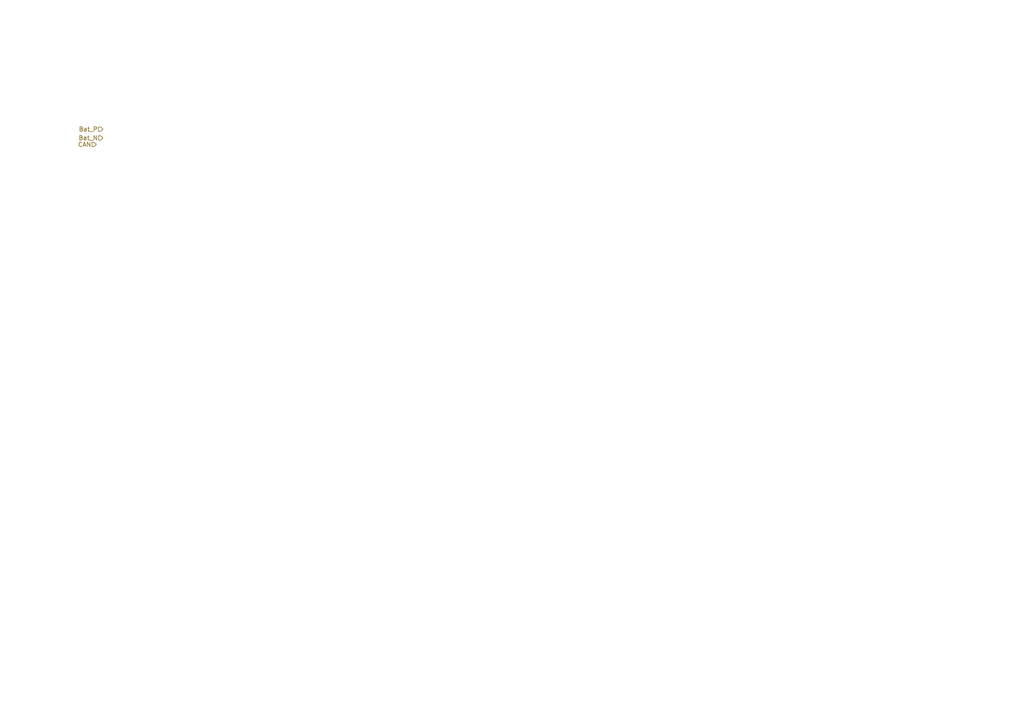
<source format=kicad_sch>
(kicad_sch (version 20211123) (generator eeschema)
  (paper "A4")
  (lib_symbols)
  (hierarchical_label "Bat_P" (shape input) (at 29.845 37.465 180))
  (hierarchical_label "Bat_N" (shape input) (at 29.845 40.005 180))
  (hierarchical_label "CAN" (shape input) (at 27.94 41.91 180))
)
</source>
